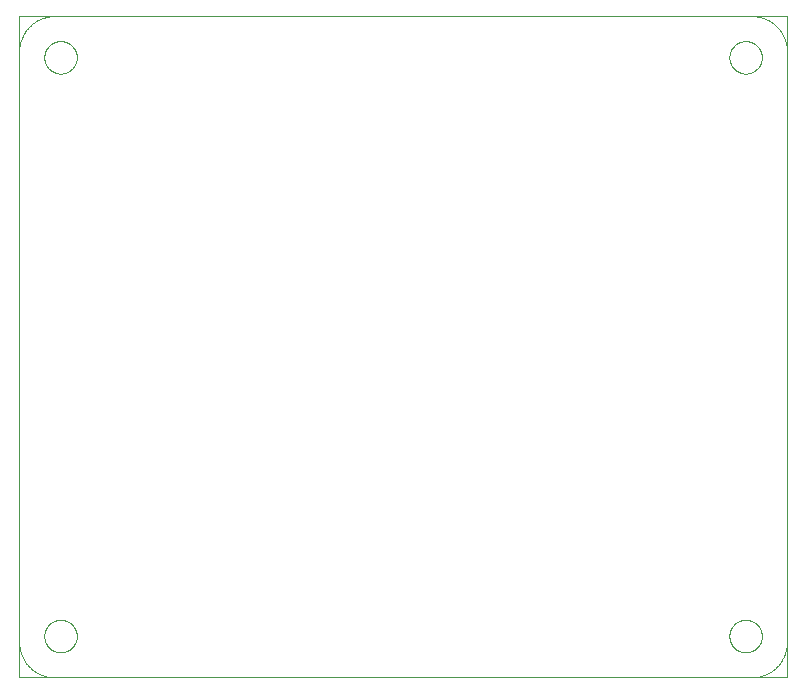
<source format=gbp>
G75*
%MOIN*%
%OFA0B0*%
%FSLAX25Y25*%
%IPPOS*%
%LPD*%
%AMOC8*
5,1,8,0,0,1.08239X$1,22.5*
%
%ADD10C,0.00000*%
D10*
X0004996Y0005011D02*
X0005008Y0225385D01*
X0260916Y0225461D01*
X0260960Y0004994D01*
X0004996Y0005011D01*
X0005000Y0016811D02*
X0005000Y0213661D01*
X0005003Y0213946D01*
X0005014Y0214232D01*
X0005031Y0214517D01*
X0005055Y0214801D01*
X0005086Y0215085D01*
X0005124Y0215368D01*
X0005169Y0215649D01*
X0005220Y0215930D01*
X0005278Y0216210D01*
X0005343Y0216488D01*
X0005415Y0216764D01*
X0005493Y0217038D01*
X0005578Y0217311D01*
X0005670Y0217581D01*
X0005768Y0217849D01*
X0005872Y0218115D01*
X0005983Y0218378D01*
X0006100Y0218638D01*
X0006223Y0218896D01*
X0006353Y0219150D01*
X0006489Y0219401D01*
X0006630Y0219649D01*
X0006778Y0219893D01*
X0006931Y0220134D01*
X0007091Y0220370D01*
X0007256Y0220603D01*
X0007426Y0220832D01*
X0007602Y0221057D01*
X0007784Y0221277D01*
X0007970Y0221493D01*
X0008162Y0221704D01*
X0008359Y0221911D01*
X0008561Y0222113D01*
X0008768Y0222310D01*
X0008979Y0222502D01*
X0009195Y0222688D01*
X0009415Y0222870D01*
X0009640Y0223046D01*
X0009869Y0223216D01*
X0010102Y0223381D01*
X0010338Y0223541D01*
X0010579Y0223694D01*
X0010823Y0223842D01*
X0011071Y0223983D01*
X0011322Y0224119D01*
X0011576Y0224249D01*
X0011834Y0224372D01*
X0012094Y0224489D01*
X0012357Y0224600D01*
X0012623Y0224704D01*
X0012891Y0224802D01*
X0013161Y0224894D01*
X0013434Y0224979D01*
X0013708Y0225057D01*
X0013984Y0225129D01*
X0014262Y0225194D01*
X0014542Y0225252D01*
X0014823Y0225303D01*
X0015104Y0225348D01*
X0015387Y0225386D01*
X0015671Y0225417D01*
X0015955Y0225441D01*
X0016240Y0225458D01*
X0016526Y0225469D01*
X0016811Y0225472D01*
X0249094Y0225472D01*
X0249379Y0225469D01*
X0249665Y0225458D01*
X0249950Y0225441D01*
X0250234Y0225417D01*
X0250518Y0225386D01*
X0250801Y0225348D01*
X0251082Y0225303D01*
X0251363Y0225252D01*
X0251643Y0225194D01*
X0251921Y0225129D01*
X0252197Y0225057D01*
X0252471Y0224979D01*
X0252744Y0224894D01*
X0253014Y0224802D01*
X0253282Y0224704D01*
X0253548Y0224600D01*
X0253811Y0224489D01*
X0254071Y0224372D01*
X0254329Y0224249D01*
X0254583Y0224119D01*
X0254834Y0223983D01*
X0255082Y0223842D01*
X0255326Y0223694D01*
X0255567Y0223541D01*
X0255803Y0223381D01*
X0256036Y0223216D01*
X0256265Y0223046D01*
X0256490Y0222870D01*
X0256710Y0222688D01*
X0256926Y0222502D01*
X0257137Y0222310D01*
X0257344Y0222113D01*
X0257546Y0221911D01*
X0257743Y0221704D01*
X0257935Y0221493D01*
X0258121Y0221277D01*
X0258303Y0221057D01*
X0258479Y0220832D01*
X0258649Y0220603D01*
X0258814Y0220370D01*
X0258974Y0220134D01*
X0259127Y0219893D01*
X0259275Y0219649D01*
X0259416Y0219401D01*
X0259552Y0219150D01*
X0259682Y0218896D01*
X0259805Y0218638D01*
X0259922Y0218378D01*
X0260033Y0218115D01*
X0260137Y0217849D01*
X0260235Y0217581D01*
X0260327Y0217311D01*
X0260412Y0217038D01*
X0260490Y0216764D01*
X0260562Y0216488D01*
X0260627Y0216210D01*
X0260685Y0215930D01*
X0260736Y0215649D01*
X0260781Y0215368D01*
X0260819Y0215085D01*
X0260850Y0214801D01*
X0260874Y0214517D01*
X0260891Y0214232D01*
X0260902Y0213946D01*
X0260905Y0213661D01*
X0260906Y0213661D02*
X0260906Y0016811D01*
X0260905Y0016811D02*
X0260902Y0016526D01*
X0260891Y0016240D01*
X0260874Y0015955D01*
X0260850Y0015671D01*
X0260819Y0015387D01*
X0260781Y0015104D01*
X0260736Y0014823D01*
X0260685Y0014542D01*
X0260627Y0014262D01*
X0260562Y0013984D01*
X0260490Y0013708D01*
X0260412Y0013434D01*
X0260327Y0013161D01*
X0260235Y0012891D01*
X0260137Y0012623D01*
X0260033Y0012357D01*
X0259922Y0012094D01*
X0259805Y0011834D01*
X0259682Y0011576D01*
X0259552Y0011322D01*
X0259416Y0011071D01*
X0259275Y0010823D01*
X0259127Y0010579D01*
X0258974Y0010338D01*
X0258814Y0010102D01*
X0258649Y0009869D01*
X0258479Y0009640D01*
X0258303Y0009415D01*
X0258121Y0009195D01*
X0257935Y0008979D01*
X0257743Y0008768D01*
X0257546Y0008561D01*
X0257344Y0008359D01*
X0257137Y0008162D01*
X0256926Y0007970D01*
X0256710Y0007784D01*
X0256490Y0007602D01*
X0256265Y0007426D01*
X0256036Y0007256D01*
X0255803Y0007091D01*
X0255567Y0006931D01*
X0255326Y0006778D01*
X0255082Y0006630D01*
X0254834Y0006489D01*
X0254583Y0006353D01*
X0254329Y0006223D01*
X0254071Y0006100D01*
X0253811Y0005983D01*
X0253548Y0005872D01*
X0253282Y0005768D01*
X0253014Y0005670D01*
X0252744Y0005578D01*
X0252471Y0005493D01*
X0252197Y0005415D01*
X0251921Y0005343D01*
X0251643Y0005278D01*
X0251363Y0005220D01*
X0251082Y0005169D01*
X0250801Y0005124D01*
X0250518Y0005086D01*
X0250234Y0005055D01*
X0249950Y0005031D01*
X0249665Y0005014D01*
X0249379Y0005003D01*
X0249094Y0005000D01*
X0016811Y0005000D01*
X0016526Y0005003D01*
X0016240Y0005014D01*
X0015955Y0005031D01*
X0015671Y0005055D01*
X0015387Y0005086D01*
X0015104Y0005124D01*
X0014823Y0005169D01*
X0014542Y0005220D01*
X0014262Y0005278D01*
X0013984Y0005343D01*
X0013708Y0005415D01*
X0013434Y0005493D01*
X0013161Y0005578D01*
X0012891Y0005670D01*
X0012623Y0005768D01*
X0012357Y0005872D01*
X0012094Y0005983D01*
X0011834Y0006100D01*
X0011576Y0006223D01*
X0011322Y0006353D01*
X0011071Y0006489D01*
X0010823Y0006630D01*
X0010579Y0006778D01*
X0010338Y0006931D01*
X0010102Y0007091D01*
X0009869Y0007256D01*
X0009640Y0007426D01*
X0009415Y0007602D01*
X0009195Y0007784D01*
X0008979Y0007970D01*
X0008768Y0008162D01*
X0008561Y0008359D01*
X0008359Y0008561D01*
X0008162Y0008768D01*
X0007970Y0008979D01*
X0007784Y0009195D01*
X0007602Y0009415D01*
X0007426Y0009640D01*
X0007256Y0009869D01*
X0007091Y0010102D01*
X0006931Y0010338D01*
X0006778Y0010579D01*
X0006630Y0010823D01*
X0006489Y0011071D01*
X0006353Y0011322D01*
X0006223Y0011576D01*
X0006100Y0011834D01*
X0005983Y0012094D01*
X0005872Y0012357D01*
X0005768Y0012623D01*
X0005670Y0012891D01*
X0005578Y0013161D01*
X0005493Y0013434D01*
X0005415Y0013708D01*
X0005343Y0013984D01*
X0005278Y0014262D01*
X0005220Y0014542D01*
X0005169Y0014823D01*
X0005124Y0015104D01*
X0005086Y0015387D01*
X0005055Y0015671D01*
X0005031Y0015955D01*
X0005014Y0016240D01*
X0005003Y0016526D01*
X0005000Y0016811D01*
X0013367Y0018780D02*
X0013369Y0018927D01*
X0013375Y0019073D01*
X0013385Y0019219D01*
X0013399Y0019365D01*
X0013417Y0019511D01*
X0013438Y0019656D01*
X0013464Y0019800D01*
X0013494Y0019944D01*
X0013527Y0020086D01*
X0013564Y0020228D01*
X0013605Y0020369D01*
X0013650Y0020508D01*
X0013699Y0020647D01*
X0013751Y0020784D01*
X0013808Y0020919D01*
X0013867Y0021053D01*
X0013931Y0021185D01*
X0013998Y0021315D01*
X0014068Y0021444D01*
X0014142Y0021571D01*
X0014219Y0021695D01*
X0014300Y0021818D01*
X0014384Y0021938D01*
X0014471Y0022056D01*
X0014561Y0022171D01*
X0014654Y0022284D01*
X0014751Y0022395D01*
X0014850Y0022503D01*
X0014952Y0022608D01*
X0015057Y0022710D01*
X0015165Y0022809D01*
X0015276Y0022906D01*
X0015389Y0022999D01*
X0015504Y0023089D01*
X0015622Y0023176D01*
X0015742Y0023260D01*
X0015865Y0023341D01*
X0015989Y0023418D01*
X0016116Y0023492D01*
X0016245Y0023562D01*
X0016375Y0023629D01*
X0016507Y0023693D01*
X0016641Y0023752D01*
X0016776Y0023809D01*
X0016913Y0023861D01*
X0017052Y0023910D01*
X0017191Y0023955D01*
X0017332Y0023996D01*
X0017474Y0024033D01*
X0017616Y0024066D01*
X0017760Y0024096D01*
X0017904Y0024122D01*
X0018049Y0024143D01*
X0018195Y0024161D01*
X0018341Y0024175D01*
X0018487Y0024185D01*
X0018633Y0024191D01*
X0018780Y0024193D01*
X0018927Y0024191D01*
X0019073Y0024185D01*
X0019219Y0024175D01*
X0019365Y0024161D01*
X0019511Y0024143D01*
X0019656Y0024122D01*
X0019800Y0024096D01*
X0019944Y0024066D01*
X0020086Y0024033D01*
X0020228Y0023996D01*
X0020369Y0023955D01*
X0020508Y0023910D01*
X0020647Y0023861D01*
X0020784Y0023809D01*
X0020919Y0023752D01*
X0021053Y0023693D01*
X0021185Y0023629D01*
X0021315Y0023562D01*
X0021444Y0023492D01*
X0021571Y0023418D01*
X0021695Y0023341D01*
X0021818Y0023260D01*
X0021938Y0023176D01*
X0022056Y0023089D01*
X0022171Y0022999D01*
X0022284Y0022906D01*
X0022395Y0022809D01*
X0022503Y0022710D01*
X0022608Y0022608D01*
X0022710Y0022503D01*
X0022809Y0022395D01*
X0022906Y0022284D01*
X0022999Y0022171D01*
X0023089Y0022056D01*
X0023176Y0021938D01*
X0023260Y0021818D01*
X0023341Y0021695D01*
X0023418Y0021571D01*
X0023492Y0021444D01*
X0023562Y0021315D01*
X0023629Y0021185D01*
X0023693Y0021053D01*
X0023752Y0020919D01*
X0023809Y0020784D01*
X0023861Y0020647D01*
X0023910Y0020508D01*
X0023955Y0020369D01*
X0023996Y0020228D01*
X0024033Y0020086D01*
X0024066Y0019944D01*
X0024096Y0019800D01*
X0024122Y0019656D01*
X0024143Y0019511D01*
X0024161Y0019365D01*
X0024175Y0019219D01*
X0024185Y0019073D01*
X0024191Y0018927D01*
X0024193Y0018780D01*
X0024191Y0018633D01*
X0024185Y0018487D01*
X0024175Y0018341D01*
X0024161Y0018195D01*
X0024143Y0018049D01*
X0024122Y0017904D01*
X0024096Y0017760D01*
X0024066Y0017616D01*
X0024033Y0017474D01*
X0023996Y0017332D01*
X0023955Y0017191D01*
X0023910Y0017052D01*
X0023861Y0016913D01*
X0023809Y0016776D01*
X0023752Y0016641D01*
X0023693Y0016507D01*
X0023629Y0016375D01*
X0023562Y0016245D01*
X0023492Y0016116D01*
X0023418Y0015989D01*
X0023341Y0015865D01*
X0023260Y0015742D01*
X0023176Y0015622D01*
X0023089Y0015504D01*
X0022999Y0015389D01*
X0022906Y0015276D01*
X0022809Y0015165D01*
X0022710Y0015057D01*
X0022608Y0014952D01*
X0022503Y0014850D01*
X0022395Y0014751D01*
X0022284Y0014654D01*
X0022171Y0014561D01*
X0022056Y0014471D01*
X0021938Y0014384D01*
X0021818Y0014300D01*
X0021695Y0014219D01*
X0021571Y0014142D01*
X0021444Y0014068D01*
X0021315Y0013998D01*
X0021185Y0013931D01*
X0021053Y0013867D01*
X0020919Y0013808D01*
X0020784Y0013751D01*
X0020647Y0013699D01*
X0020508Y0013650D01*
X0020369Y0013605D01*
X0020228Y0013564D01*
X0020086Y0013527D01*
X0019944Y0013494D01*
X0019800Y0013464D01*
X0019656Y0013438D01*
X0019511Y0013417D01*
X0019365Y0013399D01*
X0019219Y0013385D01*
X0019073Y0013375D01*
X0018927Y0013369D01*
X0018780Y0013367D01*
X0018633Y0013369D01*
X0018487Y0013375D01*
X0018341Y0013385D01*
X0018195Y0013399D01*
X0018049Y0013417D01*
X0017904Y0013438D01*
X0017760Y0013464D01*
X0017616Y0013494D01*
X0017474Y0013527D01*
X0017332Y0013564D01*
X0017191Y0013605D01*
X0017052Y0013650D01*
X0016913Y0013699D01*
X0016776Y0013751D01*
X0016641Y0013808D01*
X0016507Y0013867D01*
X0016375Y0013931D01*
X0016245Y0013998D01*
X0016116Y0014068D01*
X0015989Y0014142D01*
X0015865Y0014219D01*
X0015742Y0014300D01*
X0015622Y0014384D01*
X0015504Y0014471D01*
X0015389Y0014561D01*
X0015276Y0014654D01*
X0015165Y0014751D01*
X0015057Y0014850D01*
X0014952Y0014952D01*
X0014850Y0015057D01*
X0014751Y0015165D01*
X0014654Y0015276D01*
X0014561Y0015389D01*
X0014471Y0015504D01*
X0014384Y0015622D01*
X0014300Y0015742D01*
X0014219Y0015865D01*
X0014142Y0015989D01*
X0014068Y0016116D01*
X0013998Y0016245D01*
X0013931Y0016375D01*
X0013867Y0016507D01*
X0013808Y0016641D01*
X0013751Y0016776D01*
X0013699Y0016913D01*
X0013650Y0017052D01*
X0013605Y0017191D01*
X0013564Y0017332D01*
X0013527Y0017474D01*
X0013494Y0017616D01*
X0013464Y0017760D01*
X0013438Y0017904D01*
X0013417Y0018049D01*
X0013399Y0018195D01*
X0013385Y0018341D01*
X0013375Y0018487D01*
X0013369Y0018633D01*
X0013367Y0018780D01*
X0013367Y0211693D02*
X0013369Y0211840D01*
X0013375Y0211986D01*
X0013385Y0212132D01*
X0013399Y0212278D01*
X0013417Y0212424D01*
X0013438Y0212569D01*
X0013464Y0212713D01*
X0013494Y0212857D01*
X0013527Y0212999D01*
X0013564Y0213141D01*
X0013605Y0213282D01*
X0013650Y0213421D01*
X0013699Y0213560D01*
X0013751Y0213697D01*
X0013808Y0213832D01*
X0013867Y0213966D01*
X0013931Y0214098D01*
X0013998Y0214228D01*
X0014068Y0214357D01*
X0014142Y0214484D01*
X0014219Y0214608D01*
X0014300Y0214731D01*
X0014384Y0214851D01*
X0014471Y0214969D01*
X0014561Y0215084D01*
X0014654Y0215197D01*
X0014751Y0215308D01*
X0014850Y0215416D01*
X0014952Y0215521D01*
X0015057Y0215623D01*
X0015165Y0215722D01*
X0015276Y0215819D01*
X0015389Y0215912D01*
X0015504Y0216002D01*
X0015622Y0216089D01*
X0015742Y0216173D01*
X0015865Y0216254D01*
X0015989Y0216331D01*
X0016116Y0216405D01*
X0016245Y0216475D01*
X0016375Y0216542D01*
X0016507Y0216606D01*
X0016641Y0216665D01*
X0016776Y0216722D01*
X0016913Y0216774D01*
X0017052Y0216823D01*
X0017191Y0216868D01*
X0017332Y0216909D01*
X0017474Y0216946D01*
X0017616Y0216979D01*
X0017760Y0217009D01*
X0017904Y0217035D01*
X0018049Y0217056D01*
X0018195Y0217074D01*
X0018341Y0217088D01*
X0018487Y0217098D01*
X0018633Y0217104D01*
X0018780Y0217106D01*
X0018927Y0217104D01*
X0019073Y0217098D01*
X0019219Y0217088D01*
X0019365Y0217074D01*
X0019511Y0217056D01*
X0019656Y0217035D01*
X0019800Y0217009D01*
X0019944Y0216979D01*
X0020086Y0216946D01*
X0020228Y0216909D01*
X0020369Y0216868D01*
X0020508Y0216823D01*
X0020647Y0216774D01*
X0020784Y0216722D01*
X0020919Y0216665D01*
X0021053Y0216606D01*
X0021185Y0216542D01*
X0021315Y0216475D01*
X0021444Y0216405D01*
X0021571Y0216331D01*
X0021695Y0216254D01*
X0021818Y0216173D01*
X0021938Y0216089D01*
X0022056Y0216002D01*
X0022171Y0215912D01*
X0022284Y0215819D01*
X0022395Y0215722D01*
X0022503Y0215623D01*
X0022608Y0215521D01*
X0022710Y0215416D01*
X0022809Y0215308D01*
X0022906Y0215197D01*
X0022999Y0215084D01*
X0023089Y0214969D01*
X0023176Y0214851D01*
X0023260Y0214731D01*
X0023341Y0214608D01*
X0023418Y0214484D01*
X0023492Y0214357D01*
X0023562Y0214228D01*
X0023629Y0214098D01*
X0023693Y0213966D01*
X0023752Y0213832D01*
X0023809Y0213697D01*
X0023861Y0213560D01*
X0023910Y0213421D01*
X0023955Y0213282D01*
X0023996Y0213141D01*
X0024033Y0212999D01*
X0024066Y0212857D01*
X0024096Y0212713D01*
X0024122Y0212569D01*
X0024143Y0212424D01*
X0024161Y0212278D01*
X0024175Y0212132D01*
X0024185Y0211986D01*
X0024191Y0211840D01*
X0024193Y0211693D01*
X0024191Y0211546D01*
X0024185Y0211400D01*
X0024175Y0211254D01*
X0024161Y0211108D01*
X0024143Y0210962D01*
X0024122Y0210817D01*
X0024096Y0210673D01*
X0024066Y0210529D01*
X0024033Y0210387D01*
X0023996Y0210245D01*
X0023955Y0210104D01*
X0023910Y0209965D01*
X0023861Y0209826D01*
X0023809Y0209689D01*
X0023752Y0209554D01*
X0023693Y0209420D01*
X0023629Y0209288D01*
X0023562Y0209158D01*
X0023492Y0209029D01*
X0023418Y0208902D01*
X0023341Y0208778D01*
X0023260Y0208655D01*
X0023176Y0208535D01*
X0023089Y0208417D01*
X0022999Y0208302D01*
X0022906Y0208189D01*
X0022809Y0208078D01*
X0022710Y0207970D01*
X0022608Y0207865D01*
X0022503Y0207763D01*
X0022395Y0207664D01*
X0022284Y0207567D01*
X0022171Y0207474D01*
X0022056Y0207384D01*
X0021938Y0207297D01*
X0021818Y0207213D01*
X0021695Y0207132D01*
X0021571Y0207055D01*
X0021444Y0206981D01*
X0021315Y0206911D01*
X0021185Y0206844D01*
X0021053Y0206780D01*
X0020919Y0206721D01*
X0020784Y0206664D01*
X0020647Y0206612D01*
X0020508Y0206563D01*
X0020369Y0206518D01*
X0020228Y0206477D01*
X0020086Y0206440D01*
X0019944Y0206407D01*
X0019800Y0206377D01*
X0019656Y0206351D01*
X0019511Y0206330D01*
X0019365Y0206312D01*
X0019219Y0206298D01*
X0019073Y0206288D01*
X0018927Y0206282D01*
X0018780Y0206280D01*
X0018633Y0206282D01*
X0018487Y0206288D01*
X0018341Y0206298D01*
X0018195Y0206312D01*
X0018049Y0206330D01*
X0017904Y0206351D01*
X0017760Y0206377D01*
X0017616Y0206407D01*
X0017474Y0206440D01*
X0017332Y0206477D01*
X0017191Y0206518D01*
X0017052Y0206563D01*
X0016913Y0206612D01*
X0016776Y0206664D01*
X0016641Y0206721D01*
X0016507Y0206780D01*
X0016375Y0206844D01*
X0016245Y0206911D01*
X0016116Y0206981D01*
X0015989Y0207055D01*
X0015865Y0207132D01*
X0015742Y0207213D01*
X0015622Y0207297D01*
X0015504Y0207384D01*
X0015389Y0207474D01*
X0015276Y0207567D01*
X0015165Y0207664D01*
X0015057Y0207763D01*
X0014952Y0207865D01*
X0014850Y0207970D01*
X0014751Y0208078D01*
X0014654Y0208189D01*
X0014561Y0208302D01*
X0014471Y0208417D01*
X0014384Y0208535D01*
X0014300Y0208655D01*
X0014219Y0208778D01*
X0014142Y0208902D01*
X0014068Y0209029D01*
X0013998Y0209158D01*
X0013931Y0209288D01*
X0013867Y0209420D01*
X0013808Y0209554D01*
X0013751Y0209689D01*
X0013699Y0209826D01*
X0013650Y0209965D01*
X0013605Y0210104D01*
X0013564Y0210245D01*
X0013527Y0210387D01*
X0013494Y0210529D01*
X0013464Y0210673D01*
X0013438Y0210817D01*
X0013417Y0210962D01*
X0013399Y0211108D01*
X0013385Y0211254D01*
X0013375Y0211400D01*
X0013369Y0211546D01*
X0013367Y0211693D01*
X0241713Y0211693D02*
X0241715Y0211840D01*
X0241721Y0211986D01*
X0241731Y0212132D01*
X0241745Y0212278D01*
X0241763Y0212424D01*
X0241784Y0212569D01*
X0241810Y0212713D01*
X0241840Y0212857D01*
X0241873Y0212999D01*
X0241910Y0213141D01*
X0241951Y0213282D01*
X0241996Y0213421D01*
X0242045Y0213560D01*
X0242097Y0213697D01*
X0242154Y0213832D01*
X0242213Y0213966D01*
X0242277Y0214098D01*
X0242344Y0214228D01*
X0242414Y0214357D01*
X0242488Y0214484D01*
X0242565Y0214608D01*
X0242646Y0214731D01*
X0242730Y0214851D01*
X0242817Y0214969D01*
X0242907Y0215084D01*
X0243000Y0215197D01*
X0243097Y0215308D01*
X0243196Y0215416D01*
X0243298Y0215521D01*
X0243403Y0215623D01*
X0243511Y0215722D01*
X0243622Y0215819D01*
X0243735Y0215912D01*
X0243850Y0216002D01*
X0243968Y0216089D01*
X0244088Y0216173D01*
X0244211Y0216254D01*
X0244335Y0216331D01*
X0244462Y0216405D01*
X0244591Y0216475D01*
X0244721Y0216542D01*
X0244853Y0216606D01*
X0244987Y0216665D01*
X0245122Y0216722D01*
X0245259Y0216774D01*
X0245398Y0216823D01*
X0245537Y0216868D01*
X0245678Y0216909D01*
X0245820Y0216946D01*
X0245962Y0216979D01*
X0246106Y0217009D01*
X0246250Y0217035D01*
X0246395Y0217056D01*
X0246541Y0217074D01*
X0246687Y0217088D01*
X0246833Y0217098D01*
X0246979Y0217104D01*
X0247126Y0217106D01*
X0247273Y0217104D01*
X0247419Y0217098D01*
X0247565Y0217088D01*
X0247711Y0217074D01*
X0247857Y0217056D01*
X0248002Y0217035D01*
X0248146Y0217009D01*
X0248290Y0216979D01*
X0248432Y0216946D01*
X0248574Y0216909D01*
X0248715Y0216868D01*
X0248854Y0216823D01*
X0248993Y0216774D01*
X0249130Y0216722D01*
X0249265Y0216665D01*
X0249399Y0216606D01*
X0249531Y0216542D01*
X0249661Y0216475D01*
X0249790Y0216405D01*
X0249917Y0216331D01*
X0250041Y0216254D01*
X0250164Y0216173D01*
X0250284Y0216089D01*
X0250402Y0216002D01*
X0250517Y0215912D01*
X0250630Y0215819D01*
X0250741Y0215722D01*
X0250849Y0215623D01*
X0250954Y0215521D01*
X0251056Y0215416D01*
X0251155Y0215308D01*
X0251252Y0215197D01*
X0251345Y0215084D01*
X0251435Y0214969D01*
X0251522Y0214851D01*
X0251606Y0214731D01*
X0251687Y0214608D01*
X0251764Y0214484D01*
X0251838Y0214357D01*
X0251908Y0214228D01*
X0251975Y0214098D01*
X0252039Y0213966D01*
X0252098Y0213832D01*
X0252155Y0213697D01*
X0252207Y0213560D01*
X0252256Y0213421D01*
X0252301Y0213282D01*
X0252342Y0213141D01*
X0252379Y0212999D01*
X0252412Y0212857D01*
X0252442Y0212713D01*
X0252468Y0212569D01*
X0252489Y0212424D01*
X0252507Y0212278D01*
X0252521Y0212132D01*
X0252531Y0211986D01*
X0252537Y0211840D01*
X0252539Y0211693D01*
X0252537Y0211546D01*
X0252531Y0211400D01*
X0252521Y0211254D01*
X0252507Y0211108D01*
X0252489Y0210962D01*
X0252468Y0210817D01*
X0252442Y0210673D01*
X0252412Y0210529D01*
X0252379Y0210387D01*
X0252342Y0210245D01*
X0252301Y0210104D01*
X0252256Y0209965D01*
X0252207Y0209826D01*
X0252155Y0209689D01*
X0252098Y0209554D01*
X0252039Y0209420D01*
X0251975Y0209288D01*
X0251908Y0209158D01*
X0251838Y0209029D01*
X0251764Y0208902D01*
X0251687Y0208778D01*
X0251606Y0208655D01*
X0251522Y0208535D01*
X0251435Y0208417D01*
X0251345Y0208302D01*
X0251252Y0208189D01*
X0251155Y0208078D01*
X0251056Y0207970D01*
X0250954Y0207865D01*
X0250849Y0207763D01*
X0250741Y0207664D01*
X0250630Y0207567D01*
X0250517Y0207474D01*
X0250402Y0207384D01*
X0250284Y0207297D01*
X0250164Y0207213D01*
X0250041Y0207132D01*
X0249917Y0207055D01*
X0249790Y0206981D01*
X0249661Y0206911D01*
X0249531Y0206844D01*
X0249399Y0206780D01*
X0249265Y0206721D01*
X0249130Y0206664D01*
X0248993Y0206612D01*
X0248854Y0206563D01*
X0248715Y0206518D01*
X0248574Y0206477D01*
X0248432Y0206440D01*
X0248290Y0206407D01*
X0248146Y0206377D01*
X0248002Y0206351D01*
X0247857Y0206330D01*
X0247711Y0206312D01*
X0247565Y0206298D01*
X0247419Y0206288D01*
X0247273Y0206282D01*
X0247126Y0206280D01*
X0246979Y0206282D01*
X0246833Y0206288D01*
X0246687Y0206298D01*
X0246541Y0206312D01*
X0246395Y0206330D01*
X0246250Y0206351D01*
X0246106Y0206377D01*
X0245962Y0206407D01*
X0245820Y0206440D01*
X0245678Y0206477D01*
X0245537Y0206518D01*
X0245398Y0206563D01*
X0245259Y0206612D01*
X0245122Y0206664D01*
X0244987Y0206721D01*
X0244853Y0206780D01*
X0244721Y0206844D01*
X0244591Y0206911D01*
X0244462Y0206981D01*
X0244335Y0207055D01*
X0244211Y0207132D01*
X0244088Y0207213D01*
X0243968Y0207297D01*
X0243850Y0207384D01*
X0243735Y0207474D01*
X0243622Y0207567D01*
X0243511Y0207664D01*
X0243403Y0207763D01*
X0243298Y0207865D01*
X0243196Y0207970D01*
X0243097Y0208078D01*
X0243000Y0208189D01*
X0242907Y0208302D01*
X0242817Y0208417D01*
X0242730Y0208535D01*
X0242646Y0208655D01*
X0242565Y0208778D01*
X0242488Y0208902D01*
X0242414Y0209029D01*
X0242344Y0209158D01*
X0242277Y0209288D01*
X0242213Y0209420D01*
X0242154Y0209554D01*
X0242097Y0209689D01*
X0242045Y0209826D01*
X0241996Y0209965D01*
X0241951Y0210104D01*
X0241910Y0210245D01*
X0241873Y0210387D01*
X0241840Y0210529D01*
X0241810Y0210673D01*
X0241784Y0210817D01*
X0241763Y0210962D01*
X0241745Y0211108D01*
X0241731Y0211254D01*
X0241721Y0211400D01*
X0241715Y0211546D01*
X0241713Y0211693D01*
X0241713Y0018780D02*
X0241715Y0018927D01*
X0241721Y0019073D01*
X0241731Y0019219D01*
X0241745Y0019365D01*
X0241763Y0019511D01*
X0241784Y0019656D01*
X0241810Y0019800D01*
X0241840Y0019944D01*
X0241873Y0020086D01*
X0241910Y0020228D01*
X0241951Y0020369D01*
X0241996Y0020508D01*
X0242045Y0020647D01*
X0242097Y0020784D01*
X0242154Y0020919D01*
X0242213Y0021053D01*
X0242277Y0021185D01*
X0242344Y0021315D01*
X0242414Y0021444D01*
X0242488Y0021571D01*
X0242565Y0021695D01*
X0242646Y0021818D01*
X0242730Y0021938D01*
X0242817Y0022056D01*
X0242907Y0022171D01*
X0243000Y0022284D01*
X0243097Y0022395D01*
X0243196Y0022503D01*
X0243298Y0022608D01*
X0243403Y0022710D01*
X0243511Y0022809D01*
X0243622Y0022906D01*
X0243735Y0022999D01*
X0243850Y0023089D01*
X0243968Y0023176D01*
X0244088Y0023260D01*
X0244211Y0023341D01*
X0244335Y0023418D01*
X0244462Y0023492D01*
X0244591Y0023562D01*
X0244721Y0023629D01*
X0244853Y0023693D01*
X0244987Y0023752D01*
X0245122Y0023809D01*
X0245259Y0023861D01*
X0245398Y0023910D01*
X0245537Y0023955D01*
X0245678Y0023996D01*
X0245820Y0024033D01*
X0245962Y0024066D01*
X0246106Y0024096D01*
X0246250Y0024122D01*
X0246395Y0024143D01*
X0246541Y0024161D01*
X0246687Y0024175D01*
X0246833Y0024185D01*
X0246979Y0024191D01*
X0247126Y0024193D01*
X0247273Y0024191D01*
X0247419Y0024185D01*
X0247565Y0024175D01*
X0247711Y0024161D01*
X0247857Y0024143D01*
X0248002Y0024122D01*
X0248146Y0024096D01*
X0248290Y0024066D01*
X0248432Y0024033D01*
X0248574Y0023996D01*
X0248715Y0023955D01*
X0248854Y0023910D01*
X0248993Y0023861D01*
X0249130Y0023809D01*
X0249265Y0023752D01*
X0249399Y0023693D01*
X0249531Y0023629D01*
X0249661Y0023562D01*
X0249790Y0023492D01*
X0249917Y0023418D01*
X0250041Y0023341D01*
X0250164Y0023260D01*
X0250284Y0023176D01*
X0250402Y0023089D01*
X0250517Y0022999D01*
X0250630Y0022906D01*
X0250741Y0022809D01*
X0250849Y0022710D01*
X0250954Y0022608D01*
X0251056Y0022503D01*
X0251155Y0022395D01*
X0251252Y0022284D01*
X0251345Y0022171D01*
X0251435Y0022056D01*
X0251522Y0021938D01*
X0251606Y0021818D01*
X0251687Y0021695D01*
X0251764Y0021571D01*
X0251838Y0021444D01*
X0251908Y0021315D01*
X0251975Y0021185D01*
X0252039Y0021053D01*
X0252098Y0020919D01*
X0252155Y0020784D01*
X0252207Y0020647D01*
X0252256Y0020508D01*
X0252301Y0020369D01*
X0252342Y0020228D01*
X0252379Y0020086D01*
X0252412Y0019944D01*
X0252442Y0019800D01*
X0252468Y0019656D01*
X0252489Y0019511D01*
X0252507Y0019365D01*
X0252521Y0019219D01*
X0252531Y0019073D01*
X0252537Y0018927D01*
X0252539Y0018780D01*
X0252537Y0018633D01*
X0252531Y0018487D01*
X0252521Y0018341D01*
X0252507Y0018195D01*
X0252489Y0018049D01*
X0252468Y0017904D01*
X0252442Y0017760D01*
X0252412Y0017616D01*
X0252379Y0017474D01*
X0252342Y0017332D01*
X0252301Y0017191D01*
X0252256Y0017052D01*
X0252207Y0016913D01*
X0252155Y0016776D01*
X0252098Y0016641D01*
X0252039Y0016507D01*
X0251975Y0016375D01*
X0251908Y0016245D01*
X0251838Y0016116D01*
X0251764Y0015989D01*
X0251687Y0015865D01*
X0251606Y0015742D01*
X0251522Y0015622D01*
X0251435Y0015504D01*
X0251345Y0015389D01*
X0251252Y0015276D01*
X0251155Y0015165D01*
X0251056Y0015057D01*
X0250954Y0014952D01*
X0250849Y0014850D01*
X0250741Y0014751D01*
X0250630Y0014654D01*
X0250517Y0014561D01*
X0250402Y0014471D01*
X0250284Y0014384D01*
X0250164Y0014300D01*
X0250041Y0014219D01*
X0249917Y0014142D01*
X0249790Y0014068D01*
X0249661Y0013998D01*
X0249531Y0013931D01*
X0249399Y0013867D01*
X0249265Y0013808D01*
X0249130Y0013751D01*
X0248993Y0013699D01*
X0248854Y0013650D01*
X0248715Y0013605D01*
X0248574Y0013564D01*
X0248432Y0013527D01*
X0248290Y0013494D01*
X0248146Y0013464D01*
X0248002Y0013438D01*
X0247857Y0013417D01*
X0247711Y0013399D01*
X0247565Y0013385D01*
X0247419Y0013375D01*
X0247273Y0013369D01*
X0247126Y0013367D01*
X0246979Y0013369D01*
X0246833Y0013375D01*
X0246687Y0013385D01*
X0246541Y0013399D01*
X0246395Y0013417D01*
X0246250Y0013438D01*
X0246106Y0013464D01*
X0245962Y0013494D01*
X0245820Y0013527D01*
X0245678Y0013564D01*
X0245537Y0013605D01*
X0245398Y0013650D01*
X0245259Y0013699D01*
X0245122Y0013751D01*
X0244987Y0013808D01*
X0244853Y0013867D01*
X0244721Y0013931D01*
X0244591Y0013998D01*
X0244462Y0014068D01*
X0244335Y0014142D01*
X0244211Y0014219D01*
X0244088Y0014300D01*
X0243968Y0014384D01*
X0243850Y0014471D01*
X0243735Y0014561D01*
X0243622Y0014654D01*
X0243511Y0014751D01*
X0243403Y0014850D01*
X0243298Y0014952D01*
X0243196Y0015057D01*
X0243097Y0015165D01*
X0243000Y0015276D01*
X0242907Y0015389D01*
X0242817Y0015504D01*
X0242730Y0015622D01*
X0242646Y0015742D01*
X0242565Y0015865D01*
X0242488Y0015989D01*
X0242414Y0016116D01*
X0242344Y0016245D01*
X0242277Y0016375D01*
X0242213Y0016507D01*
X0242154Y0016641D01*
X0242097Y0016776D01*
X0242045Y0016913D01*
X0241996Y0017052D01*
X0241951Y0017191D01*
X0241910Y0017332D01*
X0241873Y0017474D01*
X0241840Y0017616D01*
X0241810Y0017760D01*
X0241784Y0017904D01*
X0241763Y0018049D01*
X0241745Y0018195D01*
X0241731Y0018341D01*
X0241721Y0018487D01*
X0241715Y0018633D01*
X0241713Y0018780D01*
M02*

</source>
